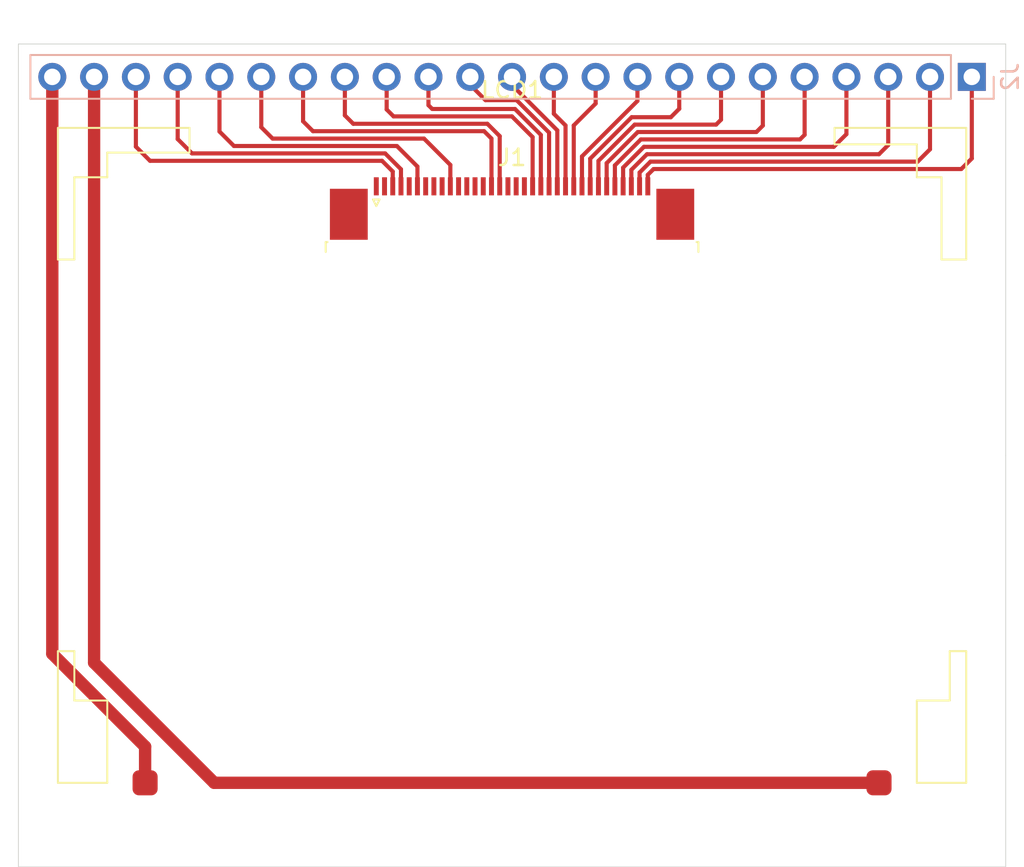
<source format=kicad_pcb>
(kicad_pcb (version 20171130) (host pcbnew "(5.1.6)-1")

  (general
    (thickness 1.6)
    (drawings 5)
    (tracks 104)
    (zones 0)
    (modules 3)
    (nets 37)
  )

  (page A4)
  (layers
    (0 F.Cu signal)
    (31 B.Cu signal)
    (32 B.Adhes user)
    (33 F.Adhes user)
    (34 B.Paste user)
    (35 F.Paste user)
    (36 B.SilkS user)
    (37 F.SilkS user)
    (38 B.Mask user)
    (39 F.Mask user)
    (40 Dwgs.User user)
    (41 Cmts.User user)
    (42 Eco1.User user)
    (43 Eco2.User user)
    (44 Edge.Cuts user)
    (45 Margin user)
    (46 B.CrtYd user)
    (47 F.CrtYd user)
    (48 B.Fab user)
    (49 F.Fab user)
  )

  (setup
    (last_trace_width 0.25)
    (user_trace_width 0.75)
    (trace_clearance 0.2)
    (zone_clearance 0.508)
    (zone_45_only no)
    (trace_min 0.2)
    (via_size 0.8)
    (via_drill 0.4)
    (via_min_size 0.4)
    (via_min_drill 0.3)
    (uvia_size 0.3)
    (uvia_drill 0.1)
    (uvias_allowed no)
    (uvia_min_size 0.2)
    (uvia_min_drill 0.1)
    (edge_width 0.05)
    (segment_width 0.2)
    (pcb_text_width 0.3)
    (pcb_text_size 1.5 1.5)
    (mod_edge_width 0.12)
    (mod_text_size 1 1)
    (mod_text_width 0.15)
    (pad_size 1.524 1.524)
    (pad_drill 0.762)
    (pad_to_mask_clearance 0.05)
    (aux_axis_origin 0 0)
    (grid_origin 146.72 96.475)
    (visible_elements FFFFFF7F)
    (pcbplotparams
      (layerselection 0x010fc_ffffffff)
      (usegerberextensions false)
      (usegerberattributes true)
      (usegerberadvancedattributes true)
      (creategerberjobfile true)
      (excludeedgelayer true)
      (linewidth 0.100000)
      (plotframeref false)
      (viasonmask false)
      (mode 1)
      (useauxorigin false)
      (hpglpennumber 1)
      (hpglpenspeed 20)
      (hpglpendiameter 15.000000)
      (psnegative false)
      (psa4output false)
      (plotreference true)
      (plotvalue true)
      (plotinvisibletext false)
      (padsonsilk false)
      (subtractmaskfromsilk false)
      (outputformat 1)
      (mirror false)
      (drillshape 1)
      (scaleselection 1)
      (outputdirectory ""))
  )

  (net 0 "")
  (net 1 /CS_1)
  (net 2 /RST)
  (net 3 /A_0)
  (net 4 /WR)
  (net 5 /RD)
  (net 6 /D_0)
  (net 7 /D_1)
  (net 8 /D_2)
  (net 9 /D_3)
  (net 10 /D_4)
  (net 11 /D_5)
  (net 12 /D_6)
  (net 13 /D_7)
  (net 14 /VDD)
  (net 15 /VSS)
  (net 16 "Net-(J1-Pad19)")
  (net 17 "Net-(J1-Pad18)")
  (net 18 "Net-(J1-Pad17)")
  (net 19 /V_0)
  (net 20 /XV_0)
  (net 21 "Net-(J1-Pad14)")
  (net 22 "Net-(J1-Pad13)")
  (net 23 "Net-(J1-Pad12)")
  (net 24 "Net-(J1-Pad11)")
  (net 25 /VM)
  (net 26 "Net-(J1-Pad9)")
  (net 27 "Net-(J1-Pad8)")
  (net 28 "Net-(J1-Pad7)")
  (net 29 /VG)
  (net 30 "Net-(J1-Pad5)")
  (net 31 /C86)
  (net 32 /P_S)
  (net 33 "Net-(J1-Pad2)")
  (net 34 "Net-(J1-Pad1)")
  (net 35 /K)
  (net 36 /A)

  (net_class Default "This is the default net class."
    (clearance 0.2)
    (trace_width 0.25)
    (via_dia 0.8)
    (via_drill 0.4)
    (uvia_dia 0.3)
    (uvia_drill 0.1)
    (add_net /A)
    (add_net /A_0)
    (add_net /C86)
    (add_net /CS_1)
    (add_net /D_0)
    (add_net /D_1)
    (add_net /D_2)
    (add_net /D_3)
    (add_net /D_4)
    (add_net /D_5)
    (add_net /D_6)
    (add_net /D_7)
    (add_net /K)
    (add_net /P_S)
    (add_net /RD)
    (add_net /RST)
    (add_net /VDD)
    (add_net /VG)
    (add_net /VM)
    (add_net /VSS)
    (add_net /V_0)
    (add_net /WR)
    (add_net /XV_0)
    (add_net "Net-(J1-Pad1)")
    (add_net "Net-(J1-Pad11)")
    (add_net "Net-(J1-Pad12)")
    (add_net "Net-(J1-Pad13)")
    (add_net "Net-(J1-Pad14)")
    (add_net "Net-(J1-Pad17)")
    (add_net "Net-(J1-Pad18)")
    (add_net "Net-(J1-Pad19)")
    (add_net "Net-(J1-Pad2)")
    (add_net "Net-(J1-Pad5)")
    (add_net "Net-(J1-Pad7)")
    (add_net "Net-(J1-Pad8)")
    (add_net "Net-(J1-Pad9)")
  )

  (module Connector_PinHeader_2.54mm:PinHeader_1x23_P2.54mm_Vertical (layer B.Cu) (tedit 59FED5CC) (tstamp 5FBBD282)
    (at 174.66 73.475 90)
    (descr "Through hole straight pin header, 1x23, 2.54mm pitch, single row")
    (tags "Through hole pin header THT 1x23 2.54mm single row")
    (path /5FBB82D1)
    (fp_text reference J2 (at 0 2.33 -90) (layer B.SilkS)
      (effects (font (size 1 1) (thickness 0.15)) (justify mirror))
    )
    (fp_text value Conn_01x23 (at 0 -58.21 -90) (layer B.Fab)
      (effects (font (size 1 1) (thickness 0.15)) (justify mirror))
    )
    (fp_text user %R (at 0 -27.94) (layer B.Fab)
      (effects (font (size 1 1) (thickness 0.15)) (justify mirror))
    )
    (fp_line (start -0.635 1.27) (end 1.27 1.27) (layer B.Fab) (width 0.1))
    (fp_line (start 1.27 1.27) (end 1.27 -57.15) (layer B.Fab) (width 0.1))
    (fp_line (start 1.27 -57.15) (end -1.27 -57.15) (layer B.Fab) (width 0.1))
    (fp_line (start -1.27 -57.15) (end -1.27 0.635) (layer B.Fab) (width 0.1))
    (fp_line (start -1.27 0.635) (end -0.635 1.27) (layer B.Fab) (width 0.1))
    (fp_line (start -1.33 -57.21) (end 1.33 -57.21) (layer B.SilkS) (width 0.12))
    (fp_line (start -1.33 -1.27) (end -1.33 -57.21) (layer B.SilkS) (width 0.12))
    (fp_line (start 1.33 -1.27) (end 1.33 -57.21) (layer B.SilkS) (width 0.12))
    (fp_line (start -1.33 -1.27) (end 1.33 -1.27) (layer B.SilkS) (width 0.12))
    (fp_line (start -1.33 0) (end -1.33 1.33) (layer B.SilkS) (width 0.12))
    (fp_line (start -1.33 1.33) (end 0 1.33) (layer B.SilkS) (width 0.12))
    (fp_line (start -1.8 1.8) (end -1.8 -57.65) (layer B.CrtYd) (width 0.05))
    (fp_line (start -1.8 -57.65) (end 1.8 -57.65) (layer B.CrtYd) (width 0.05))
    (fp_line (start 1.8 -57.65) (end 1.8 1.8) (layer B.CrtYd) (width 0.05))
    (fp_line (start 1.8 1.8) (end -1.8 1.8) (layer B.CrtYd) (width 0.05))
    (pad 23 thru_hole oval (at 0 -55.88 90) (size 1.7 1.7) (drill 1) (layers *.Cu *.Mask)
      (net 35 /K))
    (pad 22 thru_hole oval (at 0 -53.34 90) (size 1.7 1.7) (drill 1) (layers *.Cu *.Mask)
      (net 36 /A))
    (pad 21 thru_hole oval (at 0 -50.8 90) (size 1.7 1.7) (drill 1) (layers *.Cu *.Mask)
      (net 32 /P_S))
    (pad 20 thru_hole oval (at 0 -48.26 90) (size 1.7 1.7) (drill 1) (layers *.Cu *.Mask)
      (net 31 /C86))
    (pad 19 thru_hole oval (at 0 -45.72 90) (size 1.7 1.7) (drill 1) (layers *.Cu *.Mask)
      (net 29 /VG))
    (pad 18 thru_hole oval (at 0 -43.18 90) (size 1.7 1.7) (drill 1) (layers *.Cu *.Mask)
      (net 25 /VM))
    (pad 17 thru_hole oval (at 0 -40.64 90) (size 1.7 1.7) (drill 1) (layers *.Cu *.Mask)
      (net 20 /XV_0))
    (pad 16 thru_hole oval (at 0 -38.1 90) (size 1.7 1.7) (drill 1) (layers *.Cu *.Mask)
      (net 19 /V_0))
    (pad 15 thru_hole oval (at 0 -35.56 90) (size 1.7 1.7) (drill 1) (layers *.Cu *.Mask)
      (net 15 /VSS))
    (pad 14 thru_hole oval (at 0 -33.02 90) (size 1.7 1.7) (drill 1) (layers *.Cu *.Mask)
      (net 14 /VDD))
    (pad 13 thru_hole oval (at 0 -30.48 90) (size 1.7 1.7) (drill 1) (layers *.Cu *.Mask)
      (net 13 /D_7))
    (pad 12 thru_hole oval (at 0 -27.94 90) (size 1.7 1.7) (drill 1) (layers *.Cu *.Mask)
      (net 12 /D_6))
    (pad 11 thru_hole oval (at 0 -25.4 90) (size 1.7 1.7) (drill 1) (layers *.Cu *.Mask)
      (net 11 /D_5))
    (pad 10 thru_hole oval (at 0 -22.86 90) (size 1.7 1.7) (drill 1) (layers *.Cu *.Mask)
      (net 10 /D_4))
    (pad 9 thru_hole oval (at 0 -20.32 90) (size 1.7 1.7) (drill 1) (layers *.Cu *.Mask)
      (net 9 /D_3))
    (pad 8 thru_hole oval (at 0 -17.78 90) (size 1.7 1.7) (drill 1) (layers *.Cu *.Mask)
      (net 8 /D_2))
    (pad 7 thru_hole oval (at 0 -15.24 90) (size 1.7 1.7) (drill 1) (layers *.Cu *.Mask)
      (net 7 /D_1))
    (pad 6 thru_hole oval (at 0 -12.7 90) (size 1.7 1.7) (drill 1) (layers *.Cu *.Mask)
      (net 6 /D_0))
    (pad 5 thru_hole oval (at 0 -10.16 90) (size 1.7 1.7) (drill 1) (layers *.Cu *.Mask)
      (net 5 /RD))
    (pad 4 thru_hole oval (at 0 -7.62 90) (size 1.7 1.7) (drill 1) (layers *.Cu *.Mask)
      (net 4 /WR))
    (pad 3 thru_hole oval (at 0 -5.08 90) (size 1.7 1.7) (drill 1) (layers *.Cu *.Mask)
      (net 3 /A_0))
    (pad 2 thru_hole oval (at 0 -2.54 90) (size 1.7 1.7) (drill 1) (layers *.Cu *.Mask)
      (net 2 /RST))
    (pad 1 thru_hole rect (at 0 0 90) (size 1.7 1.7) (drill 1) (layers *.Cu *.Mask)
      (net 1 /CS_1))
    (model ${KISYS3DMOD}/Connector_PinHeader_2.54mm.3dshapes/PinHeader_1x23_P2.54mm_Vertical.wrl
      (at (xyz 0 0 0))
      (scale (xyz 1 1 1))
      (rotate (xyz 0 0 0))
    )
  )

  (module eMKa_MODULES:LCD_PE12864WRF-055-H-Q (layer F.Cu) (tedit 5F28F8B9) (tstamp 5FBB74EC)
    (at 146.72 96.475)
    (path /5F5E2F3B)
    (fp_text reference LCD1 (at 0 -22.2) (layer F.SilkS)
      (effects (font (size 1 1) (thickness 0.15)))
    )
    (fp_text value lcd_module (at 0 -20.9) (layer F.Fab)
      (effects (font (size 1 1) (thickness 0.15)))
    )
    (fp_line (start 27.6 11.9) (end 27.6 19.9) (layer F.SilkS) (width 0.12))
    (fp_line (start 27.6 -19.9) (end 27.6 -11.9) (layer F.SilkS) (width 0.12))
    (fp_line (start 19.6 -19.9) (end 27.6 -19.9) (layer F.SilkS) (width 0.12))
    (fp_line (start -27.6 -19.9) (end -27.6 -11.9) (layer F.SilkS) (width 0.12))
    (fp_line (start -27.6 11.9) (end -27.6 19.9) (layer F.SilkS) (width 0.12))
    (fp_line (start -27.6 -19.9) (end -19.6 -19.9) (layer F.SilkS) (width 0.12))
    (fp_line (start 24.6 19.9) (end 27.6 19.9) (layer F.SilkS) (width 0.12))
    (fp_line (start 26.6 14.9) (end 24.6 14.9) (layer F.SilkS) (width 0.12))
    (fp_line (start 26.6 14.9) (end 26.6 11.9) (layer F.SilkS) (width 0.12))
    (fp_line (start 27.6 11.9) (end 26.6 11.9) (layer F.SilkS) (width 0.12))
    (fp_line (start 24.6 19.9) (end 24.6 14.9) (layer F.SilkS) (width 0.12))
    (fp_line (start -26.6 11.9) (end -27.6 11.9) (layer F.SilkS) (width 0.12))
    (fp_line (start -26.6 14.9) (end -26.6 11.9) (layer F.SilkS) (width 0.12))
    (fp_line (start -24.6 14.9) (end -26.6 14.9) (layer F.SilkS) (width 0.12))
    (fp_line (start -24.6 19.9) (end -24.6 14.9) (layer F.SilkS) (width 0.12))
    (fp_line (start -27.6 19.9) (end -24.6 19.9) (layer F.SilkS) (width 0.12))
    (fp_line (start 19.6 -18.9) (end 24.6 -18.9) (layer F.SilkS) (width 0.12))
    (fp_line (start 19.6 -19.9) (end 19.6 -18.9) (layer F.SilkS) (width 0.12))
    (fp_line (start 24.6 -18.9) (end 24.6 -16.9) (layer F.SilkS) (width 0.12))
    (fp_line (start 26.1 -16.9) (end 26.1 -11.9) (layer F.SilkS) (width 0.12))
    (fp_line (start 26.1 -11.9) (end 27.6 -11.9) (layer F.SilkS) (width 0.12))
    (fp_line (start 24.6 -16.9) (end 26.1 -16.9) (layer F.SilkS) (width 0.12))
    (fp_line (start -19.6 -18.4) (end -19.6 -19.9) (layer F.SilkS) (width 0.12))
    (fp_line (start -24.6 -18.4) (end -19.6 -18.4) (layer F.SilkS) (width 0.12))
    (fp_line (start -24.6 -16.9) (end -24.6 -18.4) (layer F.SilkS) (width 0.12))
    (fp_line (start -26.6 -16.9) (end -24.6 -16.9) (layer F.SilkS) (width 0.12))
    (fp_line (start -26.6 -11.9) (end -26.6 -16.9) (layer F.SilkS) (width 0.12))
    (fp_line (start -27.6 -11.9) (end -26.6 -11.9) (layer F.SilkS) (width 0.12))
    (fp_line (start -27.8 20.1) (end -27.8 -20.1) (layer F.CrtYd) (width 0.12))
    (fp_line (start 27.8 20.1) (end -27.8 20.1) (layer F.CrtYd) (width 0.12))
    (fp_line (start 27.8 -20.1) (end 27.8 20.1) (layer F.CrtYd) (width 0.12))
    (fp_line (start -27.8 -20.1) (end 27.8 -20.1) (layer F.CrtYd) (width 0.12))
    (fp_line (start 27.6 -19.9) (end -27.6 19.9) (layer Eco1.User) (width 0.12))
    (fp_line (start -27.6 -19.9) (end 27.6 19.9) (layer Eco1.User) (width 0.12))
    (fp_line (start -22.3 19.4) (end -22.3 20.4) (layer Eco2.User) (width 0.12))
    (fp_line (start 22.3 19.4) (end 22.3 20.4) (layer Eco2.User) (width 0.12))
    (pad 1 smd roundrect (at -22.3 19.9) (size 1.524 1.524) (layers F.Cu F.Paste F.Mask) (roundrect_rratio 0.25)
      (net 35 /K))
    (pad 2 smd roundrect (at 22.3 19.9) (size 1.524 1.524) (layers F.Cu F.Paste F.Mask) (roundrect_rratio 0.25)
      (net 36 /A))
    (pad "" np_thru_hole circle (at -26.6 17.5) (size 1 1) (drill 1) (layers *.Cu *.Mask))
    (pad "" np_thru_hole circle (at 26.6 17.5) (size 1 1) (drill 1) (layers *.Cu *.Mask))
    (pad "" np_thru_hole circle (at 26.6 -18.4) (size 1 1) (drill 1) (layers *.Cu *.Mask))
    (pad "" np_thru_hole circle (at -26.6 -18.4) (size 1 1) (drill 1) (layers *.Cu *.Mask))
    (model ${EMKA_LIB}/FootPrinty/3d_models/PE12864WRF_055_H_Q_fp/PE12864WRF_055_H_Q_fp.wrl
      (at (xyz 0 0 0))
      (scale (xyz 1 1 1))
      (rotate (xyz 0 0 0))
    )
  )

  (module Connector_FFC-FPC:TE_3-1734839-4_1x34-1MP_P0.5mm_Horizontal (layer F.Cu) (tedit 5DB5C65C) (tstamp 5FBB74BE)
    (at 146.72 81.475)
    (descr "TE FPC connector, 34 top-side contacts, 0.5mm pitch, SMT, https://www.te.com/commerce/DocumentDelivery/DDEController?Action=showdoc&DocId=Customer+Drawing%7F1734839%7FC%7Fpdf%7FEnglish%7FENG_CD_1734839_C_C_1734839.pdf%7F4-1734839-0")
    (tags "te fpc 1734839")
    (path /5ED493C7)
    (attr smd)
    (fp_text reference J1 (at 0 -3.1) (layer F.SilkS)
      (effects (font (size 1 1) (thickness 0.15)))
    )
    (fp_text value Conn_01x34 (at 0 3.25) (layer Dwgs.User)
      (effects (font (size 0.5 0.5) (thickness 0.08)))
    )
    (fp_text user %R (at 0 1.55) (layer F.Fab)
      (effects (font (size 1 1) (thickness 0.15)))
    )
    (fp_line (start -10.56 -0.65) (end 10.56 -0.65) (layer F.Fab) (width 0.1))
    (fp_line (start 10.56 -0.65) (end 10.56 2.15) (layer F.Fab) (width 0.1))
    (fp_line (start 10.56 2.15) (end 11.215 2.15) (layer F.Fab) (width 0.1))
    (fp_line (start 11.215 2.15) (end 11.215 3.75) (layer F.Fab) (width 0.1))
    (fp_line (start 11.215 3.75) (end -11.215 3.75) (layer F.Fab) (width 0.1))
    (fp_line (start -11.215 3.75) (end -11.215 2.15) (layer F.Fab) (width 0.1))
    (fp_line (start -11.215 2.15) (end -10.56 2.15) (layer F.Fab) (width 0.1))
    (fp_line (start -10.56 2.15) (end -10.56 -0.65) (layer F.Fab) (width 0.1))
    (fp_line (start -8.65 -0.65) (end -8.25 0.15) (layer F.Fab) (width 0.1))
    (fp_line (start -8.25 0.15) (end -7.85 -0.65) (layer F.Fab) (width 0.1))
    (fp_line (start -11.215 2.04) (end -11.325 2.04) (layer F.SilkS) (width 0.12))
    (fp_line (start -11.325 2.04) (end -11.325 2.64) (layer F.SilkS) (width 0.12))
    (fp_line (start 11.215 2.04) (end 11.325 2.04) (layer F.SilkS) (width 0.12))
    (fp_line (start 11.325 2.04) (end 11.325 2.64) (layer F.SilkS) (width 0.12))
    (fp_line (start -8.45 -0.55) (end -8.25 -0.15) (layer F.SilkS) (width 0.12))
    (fp_line (start -8.25 -0.15) (end -8.05 -0.55) (layer F.SilkS) (width 0.12))
    (fp_line (start -8.05 -0.55) (end -8.45 -0.55) (layer F.SilkS) (width 0.12))
    (fp_line (start 11.105 2.75) (end -11.105 2.75) (layer Dwgs.User) (width 0.1))
    (fp_line (start -11.72 -2.4) (end -11.72 4.25) (layer F.CrtYd) (width 0.05))
    (fp_line (start -11.72 4.25) (end 11.72 4.25) (layer F.CrtYd) (width 0.05))
    (fp_line (start 11.72 4.25) (end 11.72 -2.4) (layer F.CrtYd) (width 0.05))
    (fp_line (start 11.72 -2.4) (end -11.72 -2.4) (layer F.CrtYd) (width 0.05))
    (pad MP smd rect (at 9.92 0.35) (size 2.3 3.1) (layers F.Cu F.Paste F.Mask))
    (pad MP smd rect (at -9.92 0.35) (size 2.3 3.1) (layers F.Cu F.Paste F.Mask))
    (pad 34 smd rect (at 8.25 -1.35) (size 0.3 1.1) (layers F.Cu F.Paste F.Mask)
      (net 1 /CS_1))
    (pad 33 smd rect (at 7.75 -1.35) (size 0.3 1.1) (layers F.Cu F.Paste F.Mask)
      (net 2 /RST))
    (pad 32 smd rect (at 7.25 -1.35) (size 0.3 1.1) (layers F.Cu F.Paste F.Mask)
      (net 3 /A_0))
    (pad 31 smd rect (at 6.75 -1.35) (size 0.3 1.1) (layers F.Cu F.Paste F.Mask)
      (net 4 /WR))
    (pad 30 smd rect (at 6.25 -1.35) (size 0.3 1.1) (layers F.Cu F.Paste F.Mask)
      (net 5 /RD))
    (pad 29 smd rect (at 5.75 -1.35) (size 0.3 1.1) (layers F.Cu F.Paste F.Mask)
      (net 6 /D_0))
    (pad 28 smd rect (at 5.25 -1.35) (size 0.3 1.1) (layers F.Cu F.Paste F.Mask)
      (net 7 /D_1))
    (pad 27 smd rect (at 4.75 -1.35) (size 0.3 1.1) (layers F.Cu F.Paste F.Mask)
      (net 8 /D_2))
    (pad 26 smd rect (at 4.25 -1.35) (size 0.3 1.1) (layers F.Cu F.Paste F.Mask)
      (net 9 /D_3))
    (pad 25 smd rect (at 3.75 -1.35) (size 0.3 1.1) (layers F.Cu F.Paste F.Mask)
      (net 10 /D_4))
    (pad 24 smd rect (at 3.25 -1.35) (size 0.3 1.1) (layers F.Cu F.Paste F.Mask)
      (net 11 /D_5))
    (pad 23 smd rect (at 2.75 -1.35) (size 0.3 1.1) (layers F.Cu F.Paste F.Mask)
      (net 12 /D_6))
    (pad 22 smd rect (at 2.25 -1.35) (size 0.3 1.1) (layers F.Cu F.Paste F.Mask)
      (net 13 /D_7))
    (pad 21 smd rect (at 1.75 -1.35) (size 0.3 1.1) (layers F.Cu F.Paste F.Mask)
      (net 14 /VDD))
    (pad 20 smd rect (at 1.25 -1.35) (size 0.3 1.1) (layers F.Cu F.Paste F.Mask)
      (net 15 /VSS))
    (pad 19 smd rect (at 0.75 -1.35) (size 0.3 1.1) (layers F.Cu F.Paste F.Mask)
      (net 16 "Net-(J1-Pad19)"))
    (pad 18 smd rect (at 0.25 -1.35) (size 0.3 1.1) (layers F.Cu F.Paste F.Mask)
      (net 17 "Net-(J1-Pad18)"))
    (pad 17 smd rect (at -0.25 -1.35) (size 0.3 1.1) (layers F.Cu F.Paste F.Mask)
      (net 18 "Net-(J1-Pad17)"))
    (pad 16 smd rect (at -0.75 -1.35) (size 0.3 1.1) (layers F.Cu F.Paste F.Mask)
      (net 19 /V_0))
    (pad 15 smd rect (at -1.25 -1.35) (size 0.3 1.1) (layers F.Cu F.Paste F.Mask)
      (net 20 /XV_0))
    (pad 14 smd rect (at -1.75 -1.35) (size 0.3 1.1) (layers F.Cu F.Paste F.Mask)
      (net 21 "Net-(J1-Pad14)"))
    (pad 13 smd rect (at -2.25 -1.35) (size 0.3 1.1) (layers F.Cu F.Paste F.Mask)
      (net 22 "Net-(J1-Pad13)"))
    (pad 12 smd rect (at -2.75 -1.35) (size 0.3 1.1) (layers F.Cu F.Paste F.Mask)
      (net 23 "Net-(J1-Pad12)"))
    (pad 11 smd rect (at -3.25 -1.35) (size 0.3 1.1) (layers F.Cu F.Paste F.Mask)
      (net 24 "Net-(J1-Pad11)"))
    (pad 10 smd rect (at -3.75 -1.35) (size 0.3 1.1) (layers F.Cu F.Paste F.Mask)
      (net 25 /VM))
    (pad 9 smd rect (at -4.25 -1.35) (size 0.3 1.1) (layers F.Cu F.Paste F.Mask)
      (net 26 "Net-(J1-Pad9)"))
    (pad 8 smd rect (at -4.75 -1.35) (size 0.3 1.1) (layers F.Cu F.Paste F.Mask)
      (net 27 "Net-(J1-Pad8)"))
    (pad 7 smd rect (at -5.25 -1.35) (size 0.3 1.1) (layers F.Cu F.Paste F.Mask)
      (net 28 "Net-(J1-Pad7)"))
    (pad 6 smd rect (at -5.75 -1.35) (size 0.3 1.1) (layers F.Cu F.Paste F.Mask)
      (net 29 /VG))
    (pad 5 smd rect (at -6.25 -1.35) (size 0.3 1.1) (layers F.Cu F.Paste F.Mask)
      (net 30 "Net-(J1-Pad5)"))
    (pad 4 smd rect (at -6.75 -1.35) (size 0.3 1.1) (layers F.Cu F.Paste F.Mask)
      (net 31 /C86))
    (pad 3 smd rect (at -7.25 -1.35) (size 0.3 1.1) (layers F.Cu F.Paste F.Mask)
      (net 32 /P_S))
    (pad 2 smd rect (at -7.75 -1.35) (size 0.3 1.1) (layers F.Cu F.Paste F.Mask)
      (net 33 "Net-(J1-Pad2)"))
    (pad 1 smd rect (at -8.25 -1.35) (size 0.3 1.1) (layers F.Cu F.Paste F.Mask)
      (net 34 "Net-(J1-Pad1)"))
    (model ${KISYS3DMOD}/Connector_FFC-FPC.3dshapes/TE_3-1734839-4_1x34-1MP_P0.5mm_Horizontal.wrl
      (at (xyz 0 0 0))
      (scale (xyz 1 1 1))
      (rotate (xyz 0 0 0))
    )
  )

  (gr_line (start 176.72 121.475) (end 176.72 96.475) (layer Edge.Cuts) (width 0.05) (tstamp 5FBBD985))
  (gr_line (start 116.72 121.475) (end 176.72 121.475) (layer Edge.Cuts) (width 0.05))
  (gr_line (start 116.72 71.475) (end 116.72 121.475) (layer Edge.Cuts) (width 0.05))
  (gr_line (start 176.72 71.475) (end 116.72 71.475) (layer Edge.Cuts) (width 0.05))
  (gr_line (start 176.72 96.475) (end 176.72 71.475) (layer Edge.Cuts) (width 0.05))

  (segment (start 154.97 80.125) (end 154.97 79.425) (width 0.25) (layer F.Cu) (net 1))
  (segment (start 154.97 79.425) (end 155.32 79.075) (width 0.25) (layer F.Cu) (net 1))
  (segment (start 155.32 79.075) (end 174.02 79.075) (width 0.25) (layer F.Cu) (net 1))
  (segment (start 174.66 78.435) (end 174.66 73.475) (width 0.25) (layer F.Cu) (net 1))
  (segment (start 174.02 79.075) (end 174.66 78.435) (width 0.25) (layer F.Cu) (net 1))
  (segment (start 154.47 80.125) (end 154.47 79.28859) (width 0.25) (layer F.Cu) (net 2))
  (segment (start 154.47 79.28859) (end 155.1336 78.62499) (width 0.25) (layer F.Cu) (net 2))
  (segment (start 155.1336 78.62499) (end 171.37001 78.62499) (width 0.25) (layer F.Cu) (net 2))
  (segment (start 172.12 77.875) (end 172.12 73.475) (width 0.25) (layer F.Cu) (net 2))
  (segment (start 171.37001 78.62499) (end 172.12 77.875) (width 0.25) (layer F.Cu) (net 2))
  (segment (start 153.97 80.125) (end 153.97 79.125) (width 0.25) (layer F.Cu) (net 3))
  (segment (start 153.97 79.125) (end 154.92002 78.17498) (width 0.25) (layer F.Cu) (net 3))
  (segment (start 154.92002 78.17498) (end 169.02002 78.17498) (width 0.25) (layer F.Cu) (net 3))
  (segment (start 169.58 77.615) (end 169.58 73.475) (width 0.25) (layer F.Cu) (net 3))
  (segment (start 169.02002 78.17498) (end 169.58 77.615) (width 0.25) (layer F.Cu) (net 3))
  (segment (start 153.47 80.125) (end 153.47 78.98859) (width 0.25) (layer F.Cu) (net 4))
  (segment (start 153.47 78.98859) (end 154.73362 77.72497) (width 0.25) (layer F.Cu) (net 4))
  (segment (start 154.73362 77.72497) (end 166.27003 77.72497) (width 0.25) (layer F.Cu) (net 4))
  (segment (start 167.04 76.955) (end 167.04 73.475) (width 0.25) (layer F.Cu) (net 4))
  (segment (start 166.27003 77.72497) (end 167.04 76.955) (width 0.25) (layer F.Cu) (net 4))
  (segment (start 152.97 80.125) (end 152.97 78.85218) (width 0.25) (layer F.Cu) (net 5))
  (segment (start 152.97 78.85218) (end 154.547219 77.274961) (width 0.25) (layer F.Cu) (net 5))
  (segment (start 154.547219 77.274961) (end 164.220039 77.274961) (width 0.25) (layer F.Cu) (net 5))
  (segment (start 164.5 76.995) (end 164.5 73.475) (width 0.25) (layer F.Cu) (net 5))
  (segment (start 164.220039 77.274961) (end 164.5 76.995) (width 0.25) (layer F.Cu) (net 5))
  (segment (start 152.47 80.125) (end 152.47 78.71577) (width 0.25) (layer F.Cu) (net 6))
  (segment (start 152.47 78.71577) (end 154.360819 76.824951) (width 0.25) (layer F.Cu) (net 6))
  (segment (start 154.360819 76.824951) (end 161.570049 76.824951) (width 0.25) (layer F.Cu) (net 6))
  (segment (start 161.96 76.435) (end 161.96 73.475) (width 0.25) (layer F.Cu) (net 6))
  (segment (start 161.570049 76.824951) (end 161.96 76.435) (width 0.25) (layer F.Cu) (net 6))
  (segment (start 151.97 80.125) (end 151.97 78.57936) (width 0.25) (layer F.Cu) (net 7))
  (segment (start 151.97 78.57936) (end 154.174419 76.374941) (width 0.25) (layer F.Cu) (net 7))
  (segment (start 154.174419 76.374941) (end 159.120059 76.374941) (width 0.25) (layer F.Cu) (net 7))
  (segment (start 159.42 76.075) (end 159.42 73.475) (width 0.25) (layer F.Cu) (net 7))
  (segment (start 159.120059 76.374941) (end 159.42 76.075) (width 0.25) (layer F.Cu) (net 7))
  (segment (start 156.88 75.415) (end 156.88 73.475) (width 0.25) (layer F.Cu) (net 8))
  (segment (start 151.47 80.125) (end 151.47 78.44295) (width 0.25) (layer F.Cu) (net 8))
  (segment (start 156.370069 75.924931) (end 156.88 75.415) (width 0.25) (layer F.Cu) (net 8))
  (segment (start 153.988019 75.924931) (end 156.370069 75.924931) (width 0.25) (layer F.Cu) (net 8))
  (segment (start 151.47 78.44295) (end 153.988019 75.924931) (width 0.25) (layer F.Cu) (net 8))
  (segment (start 150.97 80.125) (end 150.97 78.30654) (width 0.25) (layer F.Cu) (net 9))
  (segment (start 154.34 74.93654) (end 154.34 73.475) (width 0.25) (layer F.Cu) (net 9))
  (segment (start 150.97 78.30654) (end 154.34 74.93654) (width 0.25) (layer F.Cu) (net 9))
  (segment (start 150.47 80.125) (end 150.47 76.425) (width 0.25) (layer F.Cu) (net 10))
  (segment (start 151.8 75.095) (end 151.8 73.475) (width 0.25) (layer F.Cu) (net 10))
  (segment (start 150.47 76.425) (end 151.8 75.095) (width 0.25) (layer F.Cu) (net 10))
  (segment (start 149.97 80.125) (end 149.97 76.425) (width 0.25) (layer F.Cu) (net 11))
  (segment (start 149.26 75.715) (end 149.26 73.475) (width 0.25) (layer F.Cu) (net 11))
  (segment (start 149.97 76.425) (end 149.26 75.715) (width 0.25) (layer F.Cu) (net 11))
  (segment (start 149.47 80.125) (end 149.47 76.725) (width 0.25) (layer F.Cu) (net 12))
  (segment (start 146.72 73.975) (end 146.72 73.475) (width 0.25) (layer F.Cu) (net 12))
  (segment (start 149.47 76.725) (end 146.72 73.975) (width 0.25) (layer F.Cu) (net 12))
  (segment (start 144.18 73.96218) (end 144.18 73.475) (width 0.25) (layer F.Cu) (net 13))
  (segment (start 148.97 80.125) (end 148.97 76.86141) (width 0.25) (layer F.Cu) (net 13))
  (segment (start 146.99718 74.88859) (end 145.10641 74.88859) (width 0.25) (layer F.Cu) (net 13))
  (segment (start 148.97 76.86141) (end 146.99718 74.88859) (width 0.25) (layer F.Cu) (net 13))
  (segment (start 145.10641 74.88859) (end 144.18 73.96218) (width 0.25) (layer F.Cu) (net 13))
  (segment (start 141.86993 75.42493) (end 141.64 75.195) (width 0.25) (layer F.Cu) (net 14))
  (segment (start 146.89711 75.42493) (end 141.86993 75.42493) (width 0.25) (layer F.Cu) (net 14))
  (segment (start 141.64 75.195) (end 141.64 73.475) (width 0.25) (layer F.Cu) (net 14))
  (segment (start 148.47 80.125) (end 148.47 76.99782) (width 0.25) (layer F.Cu) (net 14))
  (segment (start 148.47 76.99782) (end 146.89711 75.42493) (width 0.25) (layer F.Cu) (net 14))
  (segment (start 139.51994 75.87494) (end 139.1 75.455) (width 0.25) (layer F.Cu) (net 15))
  (segment (start 146.71071 75.87494) (end 139.51994 75.87494) (width 0.25) (layer F.Cu) (net 15))
  (segment (start 147.97 80.125) (end 147.97 77.13423) (width 0.25) (layer F.Cu) (net 15))
  (segment (start 139.1 75.455) (end 139.1 73.475) (width 0.25) (layer F.Cu) (net 15))
  (segment (start 147.97 77.13423) (end 146.71071 75.87494) (width 0.25) (layer F.Cu) (net 15))
  (segment (start 136.56 75.815) (end 136.56 73.475) (width 0.25) (layer F.Cu) (net 19))
  (segment (start 137.06995 76.32495) (end 136.56 75.815) (width 0.25) (layer F.Cu) (net 19))
  (segment (start 145.22 76.32495) (end 137.06995 76.32495) (width 0.25) (layer F.Cu) (net 19))
  (segment (start 145.97 77.07495) (end 145.22 76.32495) (width 0.25) (layer F.Cu) (net 19))
  (segment (start 145.97 80.125) (end 145.97 77.07495) (width 0.25) (layer F.Cu) (net 19))
  (segment (start 134.02 76.175) (end 134.02 73.475) (width 0.25) (layer F.Cu) (net 20))
  (segment (start 134.61996 76.77496) (end 134.02 76.175) (width 0.25) (layer F.Cu) (net 20))
  (segment (start 145.01996 76.77496) (end 134.61996 76.77496) (width 0.25) (layer F.Cu) (net 20))
  (segment (start 145.47 80.125) (end 145.47 77.225) (width 0.25) (layer F.Cu) (net 20))
  (segment (start 145.47 77.225) (end 145.01996 76.77496) (width 0.25) (layer F.Cu) (net 20))
  (segment (start 142.97 80.125) (end 142.97 78.825) (width 0.25) (layer F.Cu) (net 25))
  (segment (start 142.97 78.825) (end 141.36997 77.22497) (width 0.25) (layer F.Cu) (net 25))
  (segment (start 141.36997 77.22497) (end 132.16997 77.22497) (width 0.25) (layer F.Cu) (net 25))
  (segment (start 131.48 76.535) (end 131.48 73.475) (width 0.25) (layer F.Cu) (net 25))
  (segment (start 132.16997 77.22497) (end 131.48 76.535) (width 0.25) (layer F.Cu) (net 25))
  (segment (start 140.97 80.125) (end 140.97 78.925) (width 0.25) (layer F.Cu) (net 29))
  (segment (start 140.97 78.925) (end 139.71998 77.67498) (width 0.25) (layer F.Cu) (net 29))
  (segment (start 139.71998 77.67498) (end 129.81998 77.67498) (width 0.25) (layer F.Cu) (net 29))
  (segment (start 128.94 76.795) (end 128.94 73.475) (width 0.25) (layer F.Cu) (net 29))
  (segment (start 129.81998 77.67498) (end 128.94 76.795) (width 0.25) (layer F.Cu) (net 29))
  (segment (start 139.97 80.125) (end 139.97 79.08859) (width 0.25) (layer F.Cu) (net 31))
  (segment (start 139.97 79.08859) (end 139.0064 78.12499) (width 0.25) (layer F.Cu) (net 31))
  (segment (start 139.0064 78.12499) (end 127.26999 78.12499) (width 0.25) (layer F.Cu) (net 31))
  (segment (start 126.4 77.255) (end 126.4 73.475) (width 0.25) (layer F.Cu) (net 31))
  (segment (start 127.26999 78.12499) (end 126.4 77.255) (width 0.25) (layer F.Cu) (net 31))
  (segment (start 123.86 76.415) (end 123.86 73.475) (width 0.25) (layer F.Cu) (net 32))
  (segment (start 139.47 79.225) (end 138.82 78.575) (width 0.25) (layer F.Cu) (net 32))
  (segment (start 139.47 80.125) (end 139.47 79.225) (width 0.25) (layer F.Cu) (net 32))
  (segment (start 138.82 78.575) (end 124.72 78.575) (width 0.25) (layer F.Cu) (net 32))
  (segment (start 124.72 78.575) (end 123.86 77.715) (width 0.25) (layer F.Cu) (net 32))
  (segment (start 123.86 77.715) (end 123.86 76.415) (width 0.25) (layer F.Cu) (net 32))
  (segment (start 118.78 73.475) (end 118.78 108.535) (width 0.75) (layer F.Cu) (net 35))
  (segment (start 124.42 114.175) (end 124.42 116.375) (width 0.75) (layer F.Cu) (net 35))
  (segment (start 118.78 108.535) (end 124.42 114.175) (width 0.75) (layer F.Cu) (net 35))
  (segment (start 121.32 73.475) (end 121.32 109.075) (width 0.75) (layer F.Cu) (net 36))
  (segment (start 128.62 116.375) (end 169.02 116.375) (width 0.75) (layer F.Cu) (net 36))
  (segment (start 121.32 109.075) (end 128.62 116.375) (width 0.75) (layer F.Cu) (net 36))

)

</source>
